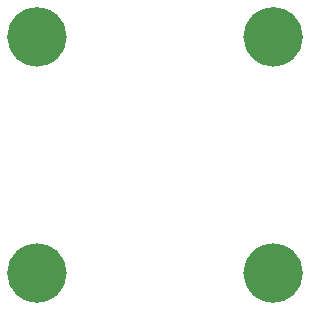
<source format=gbs>
%TF.GenerationSoftware,KiCad,Pcbnew,8.0.8*%
%TF.CreationDate,2025-01-29T16:59:37+00:00*%
%TF.ProjectId,ec30_2x2_l_mh_0.1,65633330-5f32-4783-925f-6c5f6d685f30,v0.1*%
%TF.SameCoordinates,PX8d24d00PY36d6160*%
%TF.FileFunction,Soldermask,Bot*%
%TF.FilePolarity,Negative*%
%FSLAX46Y46*%
G04 Gerber Fmt 4.6, Leading zero omitted, Abs format (unit mm)*
G04 Created by KiCad (PCBNEW 8.0.8) date 2025-01-29 16:59:37*
%MOMM*%
%LPD*%
G01*
G04 APERTURE LIST*
%ADD10C,2.500000*%
G04 APERTURE END LIST*
%TO.C,MH3*%
D10*
X-8750800Y-10000800D02*
G75*
G02*
X-11250800Y-10000800I-1250000J0D01*
G01*
X-11250800Y-10000800D02*
G75*
G02*
X-8750800Y-10000800I1250000J0D01*
G01*
%TO.C,MH4*%
X11250000Y-9999999D02*
G75*
G02*
X8750000Y-9999999I-1250000J0D01*
G01*
X8750000Y-9999999D02*
G75*
G02*
X11250000Y-9999999I1250000J0D01*
G01*
%TO.C,MH2*%
X11250000Y10000000D02*
G75*
G02*
X8750000Y10000000I-1250000J0D01*
G01*
X8750000Y10000000D02*
G75*
G02*
X11250000Y10000000I1250000J0D01*
G01*
%TO.C,MH1*%
X-8750000Y10000001D02*
G75*
G02*
X-11250000Y10000001I-1250000J0D01*
G01*
X-11250000Y10000001D02*
G75*
G02*
X-8750000Y10000001I1250000J0D01*
G01*
%TD*%
M02*

</source>
